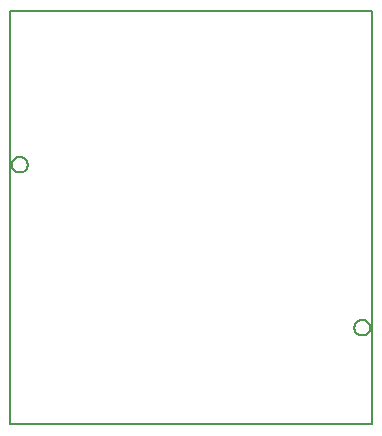
<source format=gbr>
G04 EAGLE Gerber RS-274X export*
G75*
%MOMM*%
%FSLAX34Y34*%
%LPD*%
%INSilkscreen Bottom*%
%IPPOS*%
%AMOC8*
5,1,8,0,0,1.08239X$1,22.5*%
G01*
%ADD10C,0.203200*%
%ADD11C,0.152400*%


D10*
X-153000Y-130725D02*
X153000Y-130725D01*
X153000Y219275D01*
X-153000Y219275D01*
X-153000Y-130725D01*
D11*
X-151708Y89275D02*
X-151706Y89440D01*
X-151700Y89604D01*
X-151690Y89768D01*
X-151676Y89932D01*
X-151658Y90096D01*
X-151635Y90259D01*
X-151609Y90422D01*
X-151579Y90584D01*
X-151545Y90745D01*
X-151507Y90905D01*
X-151465Y91064D01*
X-151419Y91222D01*
X-151369Y91379D01*
X-151316Y91535D01*
X-151259Y91689D01*
X-151197Y91842D01*
X-151133Y91993D01*
X-151064Y92143D01*
X-150992Y92291D01*
X-150916Y92437D01*
X-150837Y92581D01*
X-150754Y92724D01*
X-150667Y92864D01*
X-150577Y93002D01*
X-150484Y93138D01*
X-150388Y93271D01*
X-150288Y93402D01*
X-150185Y93531D01*
X-150079Y93656D01*
X-149970Y93780D01*
X-149858Y93900D01*
X-149743Y94018D01*
X-149625Y94133D01*
X-149505Y94245D01*
X-149381Y94354D01*
X-149256Y94460D01*
X-149127Y94563D01*
X-148996Y94663D01*
X-148863Y94759D01*
X-148727Y94852D01*
X-148589Y94942D01*
X-148449Y95029D01*
X-148306Y95112D01*
X-148162Y95191D01*
X-148016Y95267D01*
X-147868Y95339D01*
X-147718Y95408D01*
X-147567Y95472D01*
X-147414Y95534D01*
X-147260Y95591D01*
X-147104Y95644D01*
X-146947Y95694D01*
X-146789Y95740D01*
X-146630Y95782D01*
X-146470Y95820D01*
X-146309Y95854D01*
X-146147Y95884D01*
X-145984Y95910D01*
X-145821Y95933D01*
X-145657Y95951D01*
X-145493Y95965D01*
X-145329Y95975D01*
X-145165Y95981D01*
X-145000Y95983D01*
X-144835Y95981D01*
X-144671Y95975D01*
X-144507Y95965D01*
X-144343Y95951D01*
X-144179Y95933D01*
X-144016Y95910D01*
X-143853Y95884D01*
X-143691Y95854D01*
X-143530Y95820D01*
X-143370Y95782D01*
X-143211Y95740D01*
X-143053Y95694D01*
X-142896Y95644D01*
X-142740Y95591D01*
X-142586Y95534D01*
X-142433Y95472D01*
X-142282Y95408D01*
X-142132Y95339D01*
X-141984Y95267D01*
X-141838Y95191D01*
X-141694Y95112D01*
X-141551Y95029D01*
X-141411Y94942D01*
X-141273Y94852D01*
X-141137Y94759D01*
X-141004Y94663D01*
X-140873Y94563D01*
X-140744Y94460D01*
X-140619Y94354D01*
X-140495Y94245D01*
X-140375Y94133D01*
X-140257Y94018D01*
X-140142Y93900D01*
X-140030Y93780D01*
X-139921Y93656D01*
X-139815Y93531D01*
X-139712Y93402D01*
X-139612Y93271D01*
X-139516Y93138D01*
X-139423Y93002D01*
X-139333Y92864D01*
X-139246Y92724D01*
X-139163Y92581D01*
X-139084Y92437D01*
X-139008Y92291D01*
X-138936Y92143D01*
X-138867Y91993D01*
X-138803Y91842D01*
X-138741Y91689D01*
X-138684Y91535D01*
X-138631Y91379D01*
X-138581Y91222D01*
X-138535Y91064D01*
X-138493Y90905D01*
X-138455Y90745D01*
X-138421Y90584D01*
X-138391Y90422D01*
X-138365Y90259D01*
X-138342Y90096D01*
X-138324Y89932D01*
X-138310Y89768D01*
X-138300Y89604D01*
X-138294Y89440D01*
X-138292Y89275D01*
X-138294Y89110D01*
X-138300Y88946D01*
X-138310Y88782D01*
X-138324Y88618D01*
X-138342Y88454D01*
X-138365Y88291D01*
X-138391Y88128D01*
X-138421Y87966D01*
X-138455Y87805D01*
X-138493Y87645D01*
X-138535Y87486D01*
X-138581Y87328D01*
X-138631Y87171D01*
X-138684Y87015D01*
X-138741Y86861D01*
X-138803Y86708D01*
X-138867Y86557D01*
X-138936Y86407D01*
X-139008Y86259D01*
X-139084Y86113D01*
X-139163Y85969D01*
X-139246Y85826D01*
X-139333Y85686D01*
X-139423Y85548D01*
X-139516Y85412D01*
X-139612Y85279D01*
X-139712Y85148D01*
X-139815Y85019D01*
X-139921Y84894D01*
X-140030Y84770D01*
X-140142Y84650D01*
X-140257Y84532D01*
X-140375Y84417D01*
X-140495Y84305D01*
X-140619Y84196D01*
X-140744Y84090D01*
X-140873Y83987D01*
X-141004Y83887D01*
X-141137Y83791D01*
X-141273Y83698D01*
X-141411Y83608D01*
X-141551Y83521D01*
X-141694Y83438D01*
X-141838Y83359D01*
X-141984Y83283D01*
X-142132Y83211D01*
X-142282Y83142D01*
X-142433Y83078D01*
X-142586Y83016D01*
X-142740Y82959D01*
X-142896Y82906D01*
X-143053Y82856D01*
X-143211Y82810D01*
X-143370Y82768D01*
X-143530Y82730D01*
X-143691Y82696D01*
X-143853Y82666D01*
X-144016Y82640D01*
X-144179Y82617D01*
X-144343Y82599D01*
X-144507Y82585D01*
X-144671Y82575D01*
X-144835Y82569D01*
X-145000Y82567D01*
X-145165Y82569D01*
X-145329Y82575D01*
X-145493Y82585D01*
X-145657Y82599D01*
X-145821Y82617D01*
X-145984Y82640D01*
X-146147Y82666D01*
X-146309Y82696D01*
X-146470Y82730D01*
X-146630Y82768D01*
X-146789Y82810D01*
X-146947Y82856D01*
X-147104Y82906D01*
X-147260Y82959D01*
X-147414Y83016D01*
X-147567Y83078D01*
X-147718Y83142D01*
X-147868Y83211D01*
X-148016Y83283D01*
X-148162Y83359D01*
X-148306Y83438D01*
X-148449Y83521D01*
X-148589Y83608D01*
X-148727Y83698D01*
X-148863Y83791D01*
X-148996Y83887D01*
X-149127Y83987D01*
X-149256Y84090D01*
X-149381Y84196D01*
X-149505Y84305D01*
X-149625Y84417D01*
X-149743Y84532D01*
X-149858Y84650D01*
X-149970Y84770D01*
X-150079Y84894D01*
X-150185Y85019D01*
X-150288Y85148D01*
X-150388Y85279D01*
X-150484Y85412D01*
X-150577Y85548D01*
X-150667Y85686D01*
X-150754Y85826D01*
X-150837Y85969D01*
X-150916Y86113D01*
X-150992Y86259D01*
X-151064Y86407D01*
X-151133Y86557D01*
X-151197Y86708D01*
X-151259Y86861D01*
X-151316Y87015D01*
X-151369Y87171D01*
X-151419Y87328D01*
X-151465Y87486D01*
X-151507Y87645D01*
X-151545Y87805D01*
X-151579Y87966D01*
X-151609Y88128D01*
X-151635Y88291D01*
X-151658Y88454D01*
X-151676Y88618D01*
X-151690Y88782D01*
X-151700Y88946D01*
X-151706Y89110D01*
X-151708Y89275D01*
X138292Y-48725D02*
X138294Y-48560D01*
X138300Y-48396D01*
X138310Y-48232D01*
X138324Y-48068D01*
X138342Y-47904D01*
X138365Y-47741D01*
X138391Y-47578D01*
X138421Y-47416D01*
X138455Y-47255D01*
X138493Y-47095D01*
X138535Y-46936D01*
X138581Y-46778D01*
X138631Y-46621D01*
X138684Y-46465D01*
X138741Y-46311D01*
X138803Y-46158D01*
X138867Y-46007D01*
X138936Y-45857D01*
X139008Y-45709D01*
X139084Y-45563D01*
X139163Y-45419D01*
X139246Y-45276D01*
X139333Y-45136D01*
X139423Y-44998D01*
X139516Y-44862D01*
X139612Y-44729D01*
X139712Y-44598D01*
X139815Y-44469D01*
X139921Y-44344D01*
X140030Y-44220D01*
X140142Y-44100D01*
X140257Y-43982D01*
X140375Y-43867D01*
X140495Y-43755D01*
X140619Y-43646D01*
X140744Y-43540D01*
X140873Y-43437D01*
X141004Y-43337D01*
X141137Y-43241D01*
X141273Y-43148D01*
X141411Y-43058D01*
X141551Y-42971D01*
X141694Y-42888D01*
X141838Y-42809D01*
X141984Y-42733D01*
X142132Y-42661D01*
X142282Y-42592D01*
X142433Y-42528D01*
X142586Y-42466D01*
X142740Y-42409D01*
X142896Y-42356D01*
X143053Y-42306D01*
X143211Y-42260D01*
X143370Y-42218D01*
X143530Y-42180D01*
X143691Y-42146D01*
X143853Y-42116D01*
X144016Y-42090D01*
X144179Y-42067D01*
X144343Y-42049D01*
X144507Y-42035D01*
X144671Y-42025D01*
X144835Y-42019D01*
X145000Y-42017D01*
X145165Y-42019D01*
X145329Y-42025D01*
X145493Y-42035D01*
X145657Y-42049D01*
X145821Y-42067D01*
X145984Y-42090D01*
X146147Y-42116D01*
X146309Y-42146D01*
X146470Y-42180D01*
X146630Y-42218D01*
X146789Y-42260D01*
X146947Y-42306D01*
X147104Y-42356D01*
X147260Y-42409D01*
X147414Y-42466D01*
X147567Y-42528D01*
X147718Y-42592D01*
X147868Y-42661D01*
X148016Y-42733D01*
X148162Y-42809D01*
X148306Y-42888D01*
X148449Y-42971D01*
X148589Y-43058D01*
X148727Y-43148D01*
X148863Y-43241D01*
X148996Y-43337D01*
X149127Y-43437D01*
X149256Y-43540D01*
X149381Y-43646D01*
X149505Y-43755D01*
X149625Y-43867D01*
X149743Y-43982D01*
X149858Y-44100D01*
X149970Y-44220D01*
X150079Y-44344D01*
X150185Y-44469D01*
X150288Y-44598D01*
X150388Y-44729D01*
X150484Y-44862D01*
X150577Y-44998D01*
X150667Y-45136D01*
X150754Y-45276D01*
X150837Y-45419D01*
X150916Y-45563D01*
X150992Y-45709D01*
X151064Y-45857D01*
X151133Y-46007D01*
X151197Y-46158D01*
X151259Y-46311D01*
X151316Y-46465D01*
X151369Y-46621D01*
X151419Y-46778D01*
X151465Y-46936D01*
X151507Y-47095D01*
X151545Y-47255D01*
X151579Y-47416D01*
X151609Y-47578D01*
X151635Y-47741D01*
X151658Y-47904D01*
X151676Y-48068D01*
X151690Y-48232D01*
X151700Y-48396D01*
X151706Y-48560D01*
X151708Y-48725D01*
X151706Y-48890D01*
X151700Y-49054D01*
X151690Y-49218D01*
X151676Y-49382D01*
X151658Y-49546D01*
X151635Y-49709D01*
X151609Y-49872D01*
X151579Y-50034D01*
X151545Y-50195D01*
X151507Y-50355D01*
X151465Y-50514D01*
X151419Y-50672D01*
X151369Y-50829D01*
X151316Y-50985D01*
X151259Y-51139D01*
X151197Y-51292D01*
X151133Y-51443D01*
X151064Y-51593D01*
X150992Y-51741D01*
X150916Y-51887D01*
X150837Y-52031D01*
X150754Y-52174D01*
X150667Y-52314D01*
X150577Y-52452D01*
X150484Y-52588D01*
X150388Y-52721D01*
X150288Y-52852D01*
X150185Y-52981D01*
X150079Y-53106D01*
X149970Y-53230D01*
X149858Y-53350D01*
X149743Y-53468D01*
X149625Y-53583D01*
X149505Y-53695D01*
X149381Y-53804D01*
X149256Y-53910D01*
X149127Y-54013D01*
X148996Y-54113D01*
X148863Y-54209D01*
X148727Y-54302D01*
X148589Y-54392D01*
X148449Y-54479D01*
X148306Y-54562D01*
X148162Y-54641D01*
X148016Y-54717D01*
X147868Y-54789D01*
X147718Y-54858D01*
X147567Y-54922D01*
X147414Y-54984D01*
X147260Y-55041D01*
X147104Y-55094D01*
X146947Y-55144D01*
X146789Y-55190D01*
X146630Y-55232D01*
X146470Y-55270D01*
X146309Y-55304D01*
X146147Y-55334D01*
X145984Y-55360D01*
X145821Y-55383D01*
X145657Y-55401D01*
X145493Y-55415D01*
X145329Y-55425D01*
X145165Y-55431D01*
X145000Y-55433D01*
X144835Y-55431D01*
X144671Y-55425D01*
X144507Y-55415D01*
X144343Y-55401D01*
X144179Y-55383D01*
X144016Y-55360D01*
X143853Y-55334D01*
X143691Y-55304D01*
X143530Y-55270D01*
X143370Y-55232D01*
X143211Y-55190D01*
X143053Y-55144D01*
X142896Y-55094D01*
X142740Y-55041D01*
X142586Y-54984D01*
X142433Y-54922D01*
X142282Y-54858D01*
X142132Y-54789D01*
X141984Y-54717D01*
X141838Y-54641D01*
X141694Y-54562D01*
X141551Y-54479D01*
X141411Y-54392D01*
X141273Y-54302D01*
X141137Y-54209D01*
X141004Y-54113D01*
X140873Y-54013D01*
X140744Y-53910D01*
X140619Y-53804D01*
X140495Y-53695D01*
X140375Y-53583D01*
X140257Y-53468D01*
X140142Y-53350D01*
X140030Y-53230D01*
X139921Y-53106D01*
X139815Y-52981D01*
X139712Y-52852D01*
X139612Y-52721D01*
X139516Y-52588D01*
X139423Y-52452D01*
X139333Y-52314D01*
X139246Y-52174D01*
X139163Y-52031D01*
X139084Y-51887D01*
X139008Y-51741D01*
X138936Y-51593D01*
X138867Y-51443D01*
X138803Y-51292D01*
X138741Y-51139D01*
X138684Y-50985D01*
X138631Y-50829D01*
X138581Y-50672D01*
X138535Y-50514D01*
X138493Y-50355D01*
X138455Y-50195D01*
X138421Y-50034D01*
X138391Y-49872D01*
X138365Y-49709D01*
X138342Y-49546D01*
X138324Y-49382D01*
X138310Y-49218D01*
X138300Y-49054D01*
X138294Y-48890D01*
X138292Y-48725D01*
M02*

</source>
